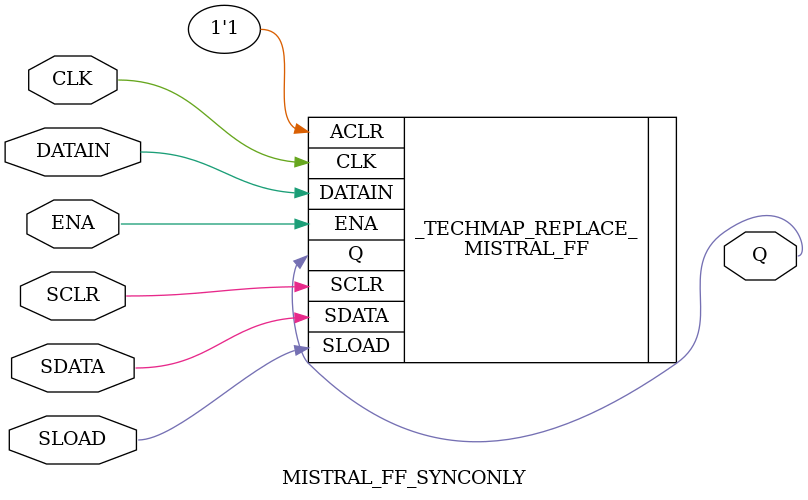
<source format=v>

module MISTRAL_FF_SYNCONLY(
    input DATAIN, CLK, ENA, SCLR, SLOAD, SDATA,
    output reg Q
);

MISTRAL_FF _TECHMAP_REPLACE_ (.DATAIN(DATAIN), .CLK(CLK), .ACLR(1'b1), .ENA(ENA), .SCLR(SCLR), .SLOAD(SLOAD), .SDATA(SDATA), .Q(Q));

endmodule

</source>
